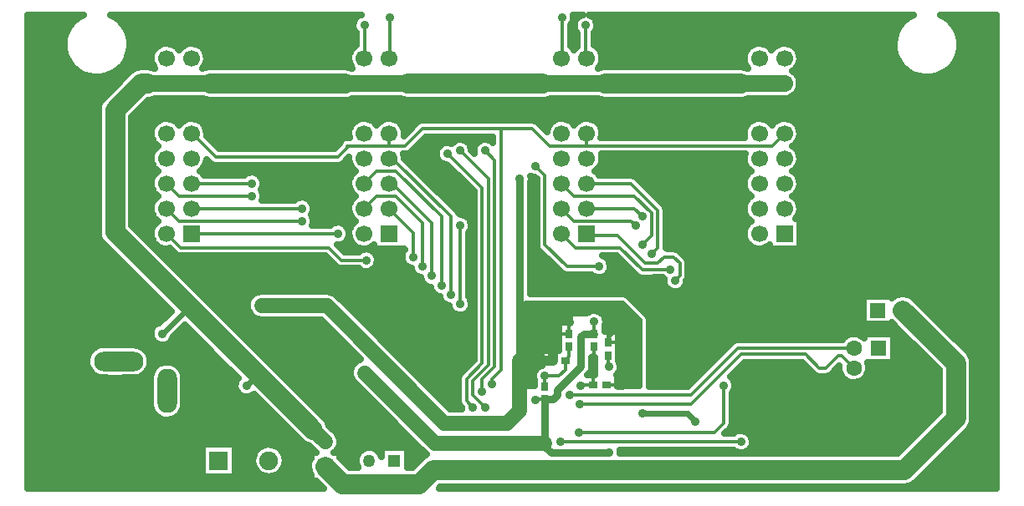
<source format=gbl>
G04 DipTrace 2.4.0.2*
%INMainBoard.GBL*%
%MOMM*%
%ADD14C,0.3*%
%ADD16C,0.8*%
%ADD17C,1.5*%
%ADD18C,1.0*%
%ADD19C,0.6*%
%ADD20C,2.0*%
%ADD21C,1.7*%
%ADD22C,0.635*%
%ADD23C,0.33*%
%ADD27R,0.7X0.9*%
%ADD28R,0.9X0.7*%
%ADD30C,1.27*%
%ADD31R,1.27X1.27*%
%ADD32R,1.7X1.7*%
%ADD33C,1.7*%
%ADD34O,5.0X2.0*%
%ADD35O,4.5X2.0*%
%ADD36O,2.0X4.5*%
%ADD37R,1.5X1.5*%
%ADD38C,1.5*%
%ADD39R,1.6X1.6*%
%ADD40C,1.6*%
%ADD41C,3.3*%
%ADD46R,1.9X1.9*%
%ADD47C,1.9*%
%ADD54C,0.914*%
%FSLAX53Y53*%
G04*
G71*
G90*
G75*
G01*
%LNBottom*%
%LPD*%
X58320Y17880D2*
D14*
X58300Y17860D1*
Y16680D1*
X52360Y9950D2*
Y10001D1*
X53340D1*
X59849Y4604D2*
D16*
X53975D1*
X53340Y5239D1*
Y5556D1*
Y10001D1*
X54134D1*
X54610Y10477D1*
Y10954D1*
X56991Y13335D1*
Y16351D1*
X57309Y16669D1*
X58289D1*
X58300Y16680D1*
X53340Y5556D2*
D17*
X42228D1*
X35084Y12700D1*
X60447Y16950D2*
D14*
X59750Y16253D1*
Y15770D1*
X60801Y11460D2*
X59540D1*
X52480Y13950D2*
Y13920D1*
D18*
X54134D1*
D14*
Y13970D1*
X55820Y17830D2*
X55800Y17810D1*
Y16670D1*
X54134Y13970D2*
D18*
Y18098D1*
X54865Y18829D1*
X55404Y19367D1*
X60643D1*
X62071Y17939D1*
Y16950D1*
Y12383D1*
X61149Y11460D1*
X60801D1*
X60447Y16950D2*
D14*
X62071D1*
X55800Y17810D2*
Y17894D1*
X54865Y18829D1*
X52480Y13920D2*
D17*
X50800D1*
Y8890D1*
X49530Y7620D1*
X43180D1*
X31274Y19526D1*
X24662D1*
X63183Y8572D2*
D19*
X67786D1*
X68580Y7779D1*
X50800Y32385D2*
D16*
Y13920D1*
X15030Y42050D2*
D21*
X17570D1*
X19420D1*
D20*
X33180D1*
D21*
X35030D1*
X37570D1*
X39420D1*
D20*
X53180D1*
D21*
X55030D1*
X57570D1*
X59420D1*
D20*
X73180D1*
D21*
X75030D1*
X77570D1*
X15030D2*
X13180D1*
D20*
X12523D1*
X9843Y39370D1*
Y26988D1*
X17387Y19443D1*
X24268Y12562D1*
X29878Y6952D1*
D17*
X31115Y5715D1*
X23137Y11430D2*
D19*
X24268Y12562D1*
X14605Y16661D2*
X17387Y19443D1*
X15030Y39510D2*
D20*
X17570D1*
D21*
X19420D1*
D20*
X33180D1*
D21*
X35030D1*
X37570D1*
X39420D1*
D20*
X53180D1*
D21*
X55030D1*
X57570D1*
X59420D1*
D20*
X73180D1*
D21*
X75030D1*
X77570D1*
X53340Y11301D2*
D14*
Y12383D1*
X58240Y11460D2*
X57021D1*
X56991Y11430D1*
X59750Y14470D2*
Y13405D1*
X59820Y13335D1*
X58300Y15380D2*
Y14326D1*
X58261Y14287D1*
X55800Y15370D2*
Y14336D1*
X55434Y13970D1*
Y13048D1*
X54769Y12383D1*
X53340D1*
X91875Y10490D2*
X87105D1*
X79835D1*
X87105Y13200D2*
Y10490D1*
X56833Y9525D2*
X68104D1*
X73184Y14605D1*
X79692D1*
X81121Y13176D1*
X81756D1*
X83026Y14446D1*
X83359D1*
X84605Y13200D1*
X55820Y10477D2*
X68104D1*
X72866Y15240D1*
X84645D1*
X84605Y15200D1*
X89535Y19050D2*
D20*
X94933Y13653D1*
Y8096D1*
X89694Y2857D1*
X42069D1*
X40640Y1429D1*
X32861D1*
X31115Y3175D1*
X54928Y5715D2*
D14*
X73184D1*
X56820Y6667D2*
X70485D1*
X71429Y7612D1*
Y11430D1*
X35084Y47955D2*
Y44644D1*
X35030Y44590D1*
X37624Y48755D2*
Y44644D1*
X37570Y44590D1*
X55086Y48736D2*
Y44646D1*
X55030Y44590D1*
X57468Y47936D2*
Y44692D1*
X57570Y44590D1*
X17570Y36970D2*
Y37040D1*
X20003Y34607D1*
X32385D1*
X33337Y35560D1*
Y35719D1*
X37570D1*
X39211D1*
X40958Y37465D1*
X48895D1*
X52070D1*
X53816Y35719D1*
X57570D1*
X76319D1*
X77570Y36970D1*
X57570D2*
Y35719D1*
X37570Y36970D2*
Y35719D1*
X47942Y11589D2*
Y12065D1*
X48895Y13018D1*
Y37465D1*
X47308Y9208D2*
X46038Y10478D1*
Y11906D1*
X47625Y13494D1*
Y32385D1*
X44768Y35242D1*
X46037Y9208D2*
X45403Y9842D1*
Y12065D1*
X46990Y13653D1*
Y31433D1*
X43498Y34925D1*
X46990Y10795D2*
Y12065D1*
X48260Y13335D1*
Y34290D1*
X47308Y35242D1*
X66516Y22066D2*
X66992Y22543D1*
Y23812D1*
X66358Y24448D1*
X65405D1*
X64770Y23812D1*
X63500D1*
X60643Y26670D1*
X57710D1*
X57570Y26810D1*
X66040Y23177D2*
X63183D1*
X60960Y25400D1*
X56440D1*
X55030Y26810D1*
X63183Y28575D2*
X62389Y29369D1*
X57589D1*
X57570Y29350D1*
X62547Y27623D2*
X62071Y28099D1*
X56281D1*
X55030Y29350D1*
X64135Y24765D2*
X64770Y25400D1*
Y29210D1*
X62071Y31909D1*
X57589D1*
X57570Y31890D1*
X63183Y25718D2*
X64135Y26670D1*
Y28892D1*
X62389Y30639D1*
X56281D1*
X55030Y31890D1*
X40005Y24448D2*
Y26915D1*
X37570Y29350D1*
X40958Y23495D2*
Y27940D1*
X38259Y30639D1*
X36319D1*
X35030Y29350D1*
X41910Y22543D2*
Y27940D1*
X37941Y31909D1*
X37589D1*
X37570Y31890D1*
X42863Y21590D2*
Y28575D1*
X38259Y33179D1*
X36319D1*
X35030Y31890D1*
X43815Y20637D2*
Y28575D1*
X38100Y34290D1*
X37710D1*
X37570Y34430D1*
X44768Y19685D2*
Y27623D1*
X32385Y26829D2*
X17589D1*
X17570Y26810D1*
X35242Y24130D2*
X32703D1*
X31433Y25400D1*
X16440D1*
X15030Y26810D1*
X28734Y29369D2*
X17589D1*
X17570Y29350D1*
X28734Y28099D2*
X16281D1*
X15030Y29350D1*
X23654Y31909D2*
X17589D1*
X17570Y31890D1*
X23654Y30639D2*
X16281D1*
X15030Y31890D1*
X58820Y23495D2*
X55562D1*
X53340Y25718D1*
Y32703D1*
X52387Y33655D1*
D54*
X58320Y17880D3*
X52360Y9950D3*
X59849Y4604D3*
X35084Y12700D3*
X60447Y16950D3*
X60801Y11460D3*
X52480Y13950D3*
X55820Y17830D3*
X60801Y11460D3*
X60447Y16950D3*
X24662Y19526D3*
X63183Y8572D3*
X68580Y7779D3*
X50800Y32385D3*
X23137Y11430D3*
X14605Y16661D3*
X53340Y12383D3*
X56991Y11430D3*
X59820Y13335D3*
X58261Y14287D3*
X56833Y9525D3*
X55820Y10477D3*
X54928Y5715D3*
X73184D3*
X56820Y6667D3*
X71429Y11430D3*
X35084Y47955D3*
X37624Y48755D3*
X55086Y48736D3*
X57468Y47936D3*
X47942Y11589D3*
X47308Y9208D3*
X44768Y35242D3*
X46037Y9208D3*
X43498Y34925D3*
X46990Y10795D3*
X47308Y35242D3*
X66516Y22066D3*
X66040Y23177D3*
X63183Y28575D3*
X62547Y27623D3*
X64135Y24765D3*
X63183Y25718D3*
X40005Y24448D3*
X40958Y23495D3*
X41910Y22543D3*
X42863Y21590D3*
X43815Y20637D3*
X44768Y19685D3*
Y27623D3*
X32385Y26829D3*
X35242Y24130D3*
X28734Y29369D3*
Y28099D3*
X23654Y31909D3*
Y30639D3*
X58820Y23495D3*
X52387Y33655D3*
X38100Y24130D3*
X40005Y21907D3*
X41910Y20003D3*
X44133Y18098D3*
X45403Y29210D3*
X52387D3*
Y26670D3*
X66358Y33655D3*
Y30162D3*
X72390Y24130D3*
X61913Y21590D3*
X31433Y30480D3*
Y33020D3*
X26988D3*
X22543Y36195D3*
X26988D3*
X31433D3*
X51498Y19053D2*
D22*
X61715D1*
X51498Y18422D2*
X55821D1*
X59431D2*
X62350D1*
X51498Y17790D2*
X54710D1*
X59510D2*
X62806D1*
X51498Y17158D2*
X54710D1*
X59431D2*
X62806D1*
X51498Y16527D2*
X54710D1*
X60840D2*
X62806D1*
X51498Y15895D2*
X54710D1*
X60840D2*
X62806D1*
X51498Y15263D2*
X54710D1*
X60840D2*
X62806D1*
X51498Y14632D2*
X52944D1*
X60840D2*
X62806D1*
X51498Y14000D2*
X52944D1*
X60840D2*
X62806D1*
X51498Y13368D2*
X52726D1*
X61009D2*
X62806D1*
X51498Y12737D2*
X52200D1*
X60840D2*
X62806D1*
X51498Y12105D2*
X52180D1*
X60731D2*
X62806D1*
X51498Y11473D2*
X52250D1*
X60731D2*
X62806D1*
X52317Y11438D2*
Y11895D1*
X52212Y12325D1*
X52240Y12641D1*
X52355Y12935D1*
X52547Y13187D1*
X52801Y13375D1*
X53014Y13455D1*
X53011Y14993D1*
X54777D1*
X54787Y16493D1*
X54777Y16627D1*
Y17793D1*
X55878D1*
X55880Y18415D1*
X56052Y18697D1*
X56197Y18732D1*
X57577D1*
X57781Y18873D1*
X58077Y18984D1*
X58393Y19008D1*
X58703Y18943D1*
X58983Y18795D1*
X59047Y18733D1*
X59187Y18704D1*
X59369Y18460D1*
X59373Y18286D1*
X59450Y17880D1*
X59406Y17567D1*
X59373Y17463D1*
Y16897D1*
X60773Y16893D1*
Y13936D1*
X60868Y13756D1*
X60944Y13449D1*
X60950Y13335D1*
X60906Y13022D1*
X60776Y12733D1*
X60576Y12483D1*
X60663D1*
Y11429D1*
X62865Y11430D1*
Y17969D1*
X61145Y19686D1*
X51435Y19685D1*
Y11430D1*
X52318D1*
X55800Y17792D2*
D23*
Y16670D1*
X54778D2*
X55800D1*
X54134Y14992D2*
Y13970D1*
X53012D2*
X54134D1*
X59750Y16892D2*
Y15770D1*
X60772D1*
X59540Y11460D2*
X60662D1*
X1041Y48391D2*
D22*
X5632D1*
X10373D2*
X33979D1*
X58563D2*
X89630D1*
X94371D2*
X98957D1*
X1041Y47759D2*
X5116D1*
X10879D2*
X33909D1*
X58642D2*
X89124D1*
X94877D2*
X98957D1*
X1041Y47128D2*
X4808D1*
X11186D2*
X34197D1*
X55973D2*
X56581D1*
X58355D2*
X88817D1*
X95185D2*
X98957D1*
X1041Y46496D2*
X4650D1*
X11345D2*
X34197D1*
X55973D2*
X56581D1*
X58355D2*
X88658D1*
X95343D2*
X98957D1*
X1041Y45864D2*
X4620D1*
X11385D2*
X14135D1*
X15929D2*
X16675D1*
X18469D2*
X34137D1*
X55973D2*
X56581D1*
X58464D2*
X74132D1*
X75926D2*
X76672D1*
X78466D2*
X88618D1*
X95383D2*
X98957D1*
X1041Y45233D2*
X4709D1*
X11295D2*
X13589D1*
X19014D2*
X33582D1*
X59010D2*
X73587D1*
X79012D2*
X88708D1*
X95294D2*
X98957D1*
X1041Y44601D2*
X4927D1*
X11077D2*
X13440D1*
X19153D2*
X33443D1*
X59158D2*
X73448D1*
X79161D2*
X88926D1*
X95076D2*
X98957D1*
X1041Y43969D2*
X5314D1*
X10690D2*
X13579D1*
X19024D2*
X33572D1*
X59019D2*
X73577D1*
X79022D2*
X89313D1*
X94689D2*
X98957D1*
X1041Y43338D2*
X5949D1*
X10045D2*
X11387D1*
X78496D2*
X89948D1*
X94044D2*
X98957D1*
X1041Y42706D2*
X7517D1*
X8477D2*
X10752D1*
X79012D2*
X91516D1*
X92476D2*
X98957D1*
X1041Y42074D2*
X10117D1*
X79151D2*
X98957D1*
X1041Y41443D2*
X9482D1*
X79032D2*
X98957D1*
X1041Y40811D2*
X8856D1*
X78516D2*
X98957D1*
X1041Y40179D2*
X8311D1*
X13081D2*
X98957D1*
X1041Y39548D2*
X8112D1*
X12446D2*
X98957D1*
X1041Y38916D2*
X8102D1*
X11821D2*
X98957D1*
X1041Y38284D2*
X8102D1*
X11583D2*
X14194D1*
X15859D2*
X16734D1*
X18399D2*
X34197D1*
X35862D2*
X36737D1*
X38402D2*
X40815D1*
X52213D2*
X54199D1*
X55864D2*
X56739D1*
X58404D2*
X74202D1*
X75867D2*
X76742D1*
X78407D2*
X98957D1*
X1041Y37653D2*
X8102D1*
X11583D2*
X13609D1*
X18995D2*
X33602D1*
X38997D2*
X39922D1*
X53106D2*
X53604D1*
X58990D2*
X73607D1*
X78992D2*
X98957D1*
X1041Y37021D2*
X8102D1*
X11583D2*
X13440D1*
X19153D2*
X33443D1*
X59158D2*
X73448D1*
X79151D2*
X98957D1*
X1041Y36389D2*
X8102D1*
X11583D2*
X13559D1*
X19451D2*
X32798D1*
X41110D2*
X48008D1*
X79042D2*
X98957D1*
X1041Y35758D2*
X8102D1*
X11583D2*
X14046D1*
X20076D2*
X32312D1*
X40475D2*
X42670D1*
X45833D2*
X46231D1*
X78556D2*
X98957D1*
X1041Y35126D2*
X8102D1*
X11583D2*
X13609D1*
X39840D2*
X42323D1*
X78992D2*
X98957D1*
X1041Y34494D2*
X8102D1*
X11583D2*
X13440D1*
X39156D2*
X42392D1*
X59158D2*
X73448D1*
X79151D2*
X98957D1*
X1041Y33863D2*
X8102D1*
X11583D2*
X13550D1*
X19044D2*
X19592D1*
X32796D2*
X33552D1*
X39751D2*
X43047D1*
X59049D2*
X73557D1*
X79042D2*
X98957D1*
X1041Y33231D2*
X8102D1*
X11583D2*
X14026D1*
X18568D2*
X34028D1*
X40386D2*
X43960D1*
X58573D2*
X74033D1*
X78575D2*
X98957D1*
X1041Y32599D2*
X8102D1*
X11583D2*
X13619D1*
X24610D2*
X33621D1*
X41021D2*
X44595D1*
X62581D2*
X73617D1*
X78982D2*
X98957D1*
X1041Y31968D2*
X8102D1*
X11583D2*
X13450D1*
X24849D2*
X33443D1*
X41646D2*
X45230D1*
X51935D2*
X52453D1*
X63236D2*
X73448D1*
X79151D2*
X98957D1*
X1041Y31336D2*
X8102D1*
X11583D2*
X13550D1*
X24690D2*
X33552D1*
X42281D2*
X45855D1*
X51935D2*
X52453D1*
X63871D2*
X73547D1*
X79052D2*
X98957D1*
X1041Y30704D2*
X8102D1*
X11583D2*
X14016D1*
X24849D2*
X34008D1*
X42916D2*
X46103D1*
X51935D2*
X52453D1*
X64506D2*
X74013D1*
X78585D2*
X98957D1*
X1041Y30073D2*
X8102D1*
X11583D2*
X13629D1*
X29680D2*
X33621D1*
X43541D2*
X46103D1*
X51935D2*
X52453D1*
X65131D2*
X73626D1*
X78972D2*
X98957D1*
X1041Y29441D2*
X8102D1*
X11583D2*
X13450D1*
X29929D2*
X33443D1*
X44176D2*
X46103D1*
X51935D2*
X52453D1*
X65627D2*
X73448D1*
X79151D2*
X98957D1*
X1041Y28809D2*
X8102D1*
X11583D2*
X13540D1*
X29780D2*
X33542D1*
X44663D2*
X46103D1*
X51935D2*
X52453D1*
X65657D2*
X73547D1*
X79062D2*
X98957D1*
X1041Y28178D2*
X8102D1*
X11583D2*
X13996D1*
X29929D2*
X33998D1*
X51935D2*
X52453D1*
X65657D2*
X73994D1*
X79161D2*
X98957D1*
X1041Y27546D2*
X8102D1*
X11712D2*
X13629D1*
X51935D2*
X52453D1*
X65657D2*
X73636D1*
X79161D2*
X98957D1*
X1041Y26914D2*
X8112D1*
X12347D2*
X13450D1*
X45714D2*
X46103D1*
X51935D2*
X52453D1*
X65657D2*
X73448D1*
X79161D2*
X98957D1*
X1041Y26283D2*
X8261D1*
X12972D2*
X13540D1*
X45655D2*
X46103D1*
X51935D2*
X52453D1*
X65657D2*
X73537D1*
X79161D2*
X98957D1*
X1041Y25651D2*
X8747D1*
X13607D2*
X13976D1*
X32409D2*
X33979D1*
X45655D2*
X46103D1*
X51935D2*
X52453D1*
X65657D2*
X73984D1*
X79161D2*
X98957D1*
X1041Y25019D2*
X9382D1*
X14242D2*
X15593D1*
X33044D2*
X34485D1*
X36001D2*
X38969D1*
X45655D2*
X46103D1*
X51935D2*
X52810D1*
X67017D2*
X98957D1*
X1041Y24388D2*
X10017D1*
X14867D2*
X31220D1*
X36408D2*
X38811D1*
X45655D2*
X46103D1*
X51935D2*
X53445D1*
X59575D2*
X60748D1*
X67642D2*
X98957D1*
X1041Y23756D2*
X10642D1*
X15502D2*
X31845D1*
X36368D2*
X39049D1*
X45655D2*
X46103D1*
X51935D2*
X54070D1*
X59982D2*
X61373D1*
X67880D2*
X98957D1*
X1041Y23124D2*
X11277D1*
X16137D2*
X34663D1*
X35822D2*
X39823D1*
X45655D2*
X46103D1*
X51935D2*
X54705D1*
X59952D2*
X62008D1*
X67880D2*
X98957D1*
X1041Y22493D2*
X11912D1*
X16762D2*
X40378D1*
X45655D2*
X46103D1*
X51935D2*
X58238D1*
X59406D2*
X62663D1*
X67880D2*
X98957D1*
X1041Y21861D2*
X12537D1*
X17397D2*
X40944D1*
X45655D2*
X46103D1*
X51935D2*
X65342D1*
X67691D2*
X98957D1*
X1041Y21229D2*
X13172D1*
X18032D2*
X41728D1*
X45655D2*
X46103D1*
X51935D2*
X65699D1*
X67334D2*
X98957D1*
X1041Y20598D2*
X13807D1*
X18657D2*
X23660D1*
X32270D2*
X42263D1*
X45655D2*
X46103D1*
X61659D2*
X88837D1*
X90234D2*
X98957D1*
X1041Y19966D2*
X14433D1*
X19292D2*
X23243D1*
X32905D2*
X42839D1*
X62333D2*
X85513D1*
X91047D2*
X98957D1*
X1041Y19334D2*
X15068D1*
X19927D2*
X23194D1*
X33540D2*
X43633D1*
X62958D2*
X85513D1*
X91682D2*
X98957D1*
X1041Y18703D2*
X15206D1*
X20552D2*
X23442D1*
X34175D2*
X44149D1*
X45387D2*
X46103D1*
X63593D2*
X85513D1*
X92307D2*
X98957D1*
X1041Y18071D2*
X14571D1*
X21187D2*
X30655D1*
X34800D2*
X46103D1*
X63921D2*
X85513D1*
X92942D2*
X98957D1*
X1041Y17439D2*
X13718D1*
X21822D2*
X31290D1*
X35435D2*
X46103D1*
X63921D2*
X88718D1*
X93577D2*
X98957D1*
X1041Y16808D2*
X13421D1*
X16187D2*
X17598D1*
X22447D2*
X31915D1*
X36070D2*
X46103D1*
X63921D2*
X89353D1*
X94202D2*
X98957D1*
X1041Y16176D2*
X13520D1*
X15691D2*
X18223D1*
X23082D2*
X32550D1*
X36695D2*
X46103D1*
X63921D2*
X83439D1*
X88636D2*
X89978D1*
X94837D2*
X98957D1*
X1041Y15544D2*
X14373D1*
X14843D2*
X18858D1*
X23717D2*
X33185D1*
X37330D2*
X46103D1*
X63921D2*
X71940D1*
X88636D2*
X90613D1*
X95472D2*
X98957D1*
X1041Y14913D2*
X7319D1*
X13061D2*
X19493D1*
X24343D2*
X33810D1*
X37965D2*
X46103D1*
X63921D2*
X71315D1*
X88636D2*
X91248D1*
X96098D2*
X98957D1*
X1041Y14281D2*
X7001D1*
X13379D2*
X20118D1*
X24978D2*
X34445D1*
X38590D2*
X46103D1*
X63921D2*
X70680D1*
X88636D2*
X91873D1*
X96544D2*
X98957D1*
X1041Y13649D2*
X6971D1*
X13409D2*
X14353D1*
X15830D2*
X20753D1*
X25613D2*
X33959D1*
X39225D2*
X45756D1*
X63921D2*
X70045D1*
X73456D2*
X79421D1*
X86067D2*
X92508D1*
X96673D2*
X98957D1*
X1041Y13018D2*
X7190D1*
X13190D2*
X13619D1*
X16564D2*
X21388D1*
X26238D2*
X33631D1*
X39860D2*
X45131D1*
X63921D2*
X69420D1*
X72821D2*
X80056D1*
X86126D2*
X93143D1*
X96673D2*
X98957D1*
X1041Y12386D2*
X7854D1*
X12526D2*
X13371D1*
X16802D2*
X22013D1*
X26873D2*
X33631D1*
X40485D2*
X44585D1*
X63921D2*
X68785D1*
X72196D2*
X80830D1*
X82048D2*
X83310D1*
X85898D2*
X93192D1*
X96673D2*
X98957D1*
X1041Y11754D2*
X13351D1*
X16822D2*
X21993D1*
X27508D2*
X33959D1*
X41120D2*
X44516D1*
X63921D2*
X68150D1*
X72573D2*
X84263D1*
X84945D2*
X93192D1*
X96673D2*
X98957D1*
X1041Y11123D2*
X13351D1*
X16822D2*
X21983D1*
X28133D2*
X34584D1*
X41755D2*
X44516D1*
X72583D2*
X93192D1*
X96673D2*
X98957D1*
X1041Y10491D2*
X13351D1*
X16822D2*
X22449D1*
X28768D2*
X35219D1*
X42380D2*
X44516D1*
X72315D2*
X93192D1*
X96673D2*
X98957D1*
X1041Y9859D2*
X13351D1*
X16822D2*
X24543D1*
X29403D2*
X35854D1*
X43015D2*
X44516D1*
X72315D2*
X93192D1*
X96673D2*
X98957D1*
X1041Y9228D2*
X13401D1*
X16782D2*
X25178D1*
X30028D2*
X36479D1*
X43650D2*
X44793D1*
X72315D2*
X93192D1*
X96673D2*
X98957D1*
X1041Y8596D2*
X13708D1*
X16474D2*
X25803D1*
X30663D2*
X37114D1*
X72315D2*
X93004D1*
X96673D2*
X98957D1*
X1041Y7964D2*
X14790D1*
X15393D2*
X26438D1*
X31268D2*
X37749D1*
X72315D2*
X92369D1*
X96663D2*
X98957D1*
X1041Y7333D2*
X27073D1*
X31576D2*
X38374D1*
X72265D2*
X91744D1*
X96484D2*
X98957D1*
X1041Y6701D2*
X27698D1*
X32201D2*
X39009D1*
X71749D2*
X72565D1*
X73803D2*
X91109D1*
X95969D2*
X98957D1*
X1041Y6069D2*
X28333D1*
X32558D2*
X39644D1*
X74319D2*
X90474D1*
X95334D2*
X98957D1*
X1041Y5438D2*
X29107D1*
X32578D2*
X40269D1*
X74339D2*
X89849D1*
X94699D2*
X98957D1*
X1041Y4806D2*
X18630D1*
X22011D2*
X24057D1*
X26744D2*
X29950D1*
X32270D2*
X34653D1*
X39473D2*
X40904D1*
X61024D2*
X72446D1*
X73922D2*
X89214D1*
X94073D2*
X98957D1*
X1041Y4174D2*
X18630D1*
X22011D2*
X23759D1*
X27041D2*
X29633D1*
X32598D2*
X34237D1*
X39473D2*
X40974D1*
X93438D2*
X98957D1*
X1041Y3543D2*
X18630D1*
X22011D2*
X23739D1*
X27061D2*
X29425D1*
X33173D2*
X34217D1*
X39473D2*
X40329D1*
X92803D2*
X98957D1*
X1041Y2911D2*
X18630D1*
X22011D2*
X23987D1*
X26813D2*
X29405D1*
X92178D2*
X98957D1*
X1041Y2279D2*
X18630D1*
X22011D2*
X24801D1*
X25999D2*
X29633D1*
X91543D2*
X98957D1*
X1041Y1648D2*
X30218D1*
X90908D2*
X98957D1*
X1041Y1016D2*
X30843D1*
X42658D2*
X98957D1*
X58384Y14257D2*
X58063D1*
X58064Y13335D1*
X58017Y13022D1*
X57875Y12726D1*
X57659Y12485D1*
X58381Y12483D1*
X58382Y14258D1*
X11306Y45683D2*
X11185Y45061D1*
X10949Y44472D1*
X10604Y43940D1*
X10165Y43482D1*
X9647Y43117D1*
X9069Y42856D1*
X8452Y42710D1*
X7819Y42684D1*
X7192Y42779D1*
X6595Y42991D1*
X6048Y43313D1*
X5573Y43733D1*
X5187Y44236D1*
X4903Y44802D1*
X4731Y45413D1*
X4679Y46045D1*
X4749Y46675D1*
X4936Y47281D1*
X5235Y47840D1*
X5635Y48332D1*
X6122Y48739D1*
X6632Y49024D1*
X977Y49023D1*
Y977D1*
X30951D1*
X30170Y1754D1*
X29692Y1752D1*
Y2298D1*
X29578Y2515D1*
X29481Y2816D1*
X29443Y3131D1*
X29464Y3447D1*
X29545Y3754D1*
X29689Y4048D1*
X29692Y4598D1*
X30238D1*
X29660Y5158D1*
X29498Y5319D1*
X29089Y5477D1*
X28825Y5652D1*
X27572Y6892D1*
X23889Y10575D1*
X23625Y10411D1*
X23323Y10316D1*
X23007Y10308D1*
X22701Y10388D1*
X22429Y10549D1*
X22212Y10780D1*
X22068Y11062D1*
X22008Y11373D1*
X22037Y11688D1*
X22151Y11983D1*
X22289Y12164D1*
X20840Y13624D1*
X16891Y17574D1*
X15696Y16377D1*
X15561Y16059D1*
X15357Y15818D1*
X15093Y15642D1*
X14791Y15547D1*
X14475Y15539D1*
X14169Y15619D1*
X13897Y15781D1*
X13681Y16012D1*
X13537Y16293D1*
X13477Y16604D1*
X13505Y16919D1*
X13620Y17214D1*
X13812Y17466D1*
X14066Y17654D1*
X14316Y17748D1*
X15510Y18942D1*
X13734Y20730D1*
X8660Y25805D1*
X8458Y26049D1*
X8305Y26327D1*
X8208Y26629D1*
X8170Y26988D1*
Y39370D1*
X8200Y39686D1*
X8289Y39990D1*
X8434Y40272D1*
X8660Y40553D1*
X11340Y43233D1*
X11584Y43435D1*
X11862Y43587D1*
X12164Y43684D1*
X12523Y43723D1*
X13180D1*
X13496Y43693D1*
X13862Y43572D1*
X13647Y43953D1*
X13545Y44253D1*
X13507Y44568D1*
X13536Y44884D1*
X13629Y45187D1*
X13783Y45464D1*
X13991Y45703D1*
X14243Y45894D1*
X14530Y46029D1*
X14839Y46101D1*
X15156Y46108D1*
X15467Y46049D1*
X15760Y45927D1*
X16021Y45747D1*
X16239Y45517D1*
X16295Y45424D1*
X16531Y45703D1*
X16783Y45894D1*
X17070Y46029D1*
X17379Y46101D1*
X17696Y46108D1*
X18007Y46049D1*
X18300Y45927D1*
X18561Y45747D1*
X18779Y45517D1*
X18944Y45246D1*
X19050Y44948D1*
X19093Y44590D1*
X19060Y44275D1*
X18962Y43973D1*
X18805Y43698D1*
X18692Y43573D1*
X19245Y43714D1*
X21008Y43723D1*
X33180D1*
X33496Y43693D1*
X33862Y43572D1*
X33647Y43953D1*
X33545Y44253D1*
X33507Y44568D1*
X33536Y44884D1*
X33629Y45187D1*
X33783Y45464D1*
X33991Y45703D1*
X34261Y45914D1*
Y47174D1*
X34159Y47305D1*
X34015Y47587D1*
X33955Y47898D1*
X33984Y48213D1*
X34098Y48508D1*
X34290Y48760D1*
X34545Y48948D1*
X34739Y49021D1*
X9378Y49023D1*
X9725Y48838D1*
X10233Y48458D1*
X10659Y47989D1*
X10989Y47448D1*
X11209Y46853D1*
X11313Y46228D1*
X11306Y45683D1*
X56299Y45421D2*
X56531Y45703D1*
X56649Y45793D1*
X56645Y47163D1*
X56543Y47286D1*
X56399Y47568D1*
X56339Y47879D1*
X56367Y48194D1*
X56482Y48489D1*
X56674Y48741D1*
X56928Y48929D1*
X57179Y49022D1*
X56170Y49023D1*
X56216Y48736D1*
X56172Y48423D1*
X56042Y48134D1*
X55908Y47975D1*
X55909Y45829D1*
X56021Y45747D1*
X56239Y45517D1*
X56295Y45424D1*
X8689Y12203D2*
X8461Y12213D1*
X8152Y12286D1*
X7863Y12416D1*
X7604Y12598D1*
X7383Y12825D1*
X7210Y13091D1*
X7089Y13384D1*
X7026Y13695D1*
X7023Y14012D1*
X7080Y14324D1*
X7194Y14619D1*
X7363Y14888D1*
X7578Y15120D1*
X7834Y15307D1*
X8121Y15443D1*
X8428Y15522D1*
X9008Y15543D1*
X11690Y15533D1*
X12059Y15502D1*
X12360Y15403D1*
X12637Y15249D1*
X12880Y15046D1*
X13081Y14800D1*
X13231Y14521D1*
X13326Y14219D1*
X13363Y13870D1*
X13333Y13554D1*
X13244Y13250D1*
X13099Y12968D1*
X12904Y12719D1*
X12665Y12510D1*
X12391Y12351D1*
X12091Y12246D1*
X11689Y12203D1*
X9467Y12197D1*
X8690Y12207D1*
X13425Y12113D2*
X13423Y12262D1*
X13480Y12574D1*
X13594Y12869D1*
X13763Y13138D1*
X13978Y13370D1*
X14234Y13557D1*
X14521Y13693D1*
X14828Y13772D1*
X15144Y13792D1*
X15459Y13752D1*
X15760Y13653D1*
X16037Y13499D1*
X16280Y13296D1*
X16481Y13050D1*
X16631Y12771D1*
X16726Y12469D1*
X16763Y12120D1*
X16753Y9620D1*
X16733Y9304D1*
X16644Y9000D1*
X16499Y8718D1*
X16304Y8469D1*
X16065Y8260D1*
X15791Y8101D1*
X15491Y7996D1*
X15178Y7949D1*
X14861Y7963D1*
X14552Y8036D1*
X14263Y8166D1*
X14004Y8348D1*
X13783Y8575D1*
X13610Y8841D1*
X13489Y9134D1*
X13426Y9445D1*
X13417Y9938D1*
X13427Y12120D1*
X19015Y5433D2*
X21943D1*
Y2187D1*
X18697D1*
Y5433D1*
X19015D1*
X26992Y3495D2*
X26900Y3191D1*
X26751Y2911D1*
X26551Y2666D1*
X26306Y2464D1*
X26027Y2313D1*
X25725Y2220D1*
X25409Y2187D1*
X25094Y2216D1*
X24790Y2306D1*
X24509Y2454D1*
X24262Y2653D1*
X24059Y2896D1*
X23907Y3174D1*
X23812Y3476D1*
X23777Y3792D1*
X23805Y4107D1*
X23893Y4412D1*
X24039Y4693D1*
X24236Y4941D1*
X24478Y5146D1*
X24756Y5299D1*
X25057Y5396D1*
X25372Y5433D1*
X25688Y5407D1*
X25993Y5321D1*
X26276Y5176D1*
X26524Y4980D1*
X26730Y4739D1*
X26886Y4463D1*
X26984Y4162D1*
X27023Y3810D1*
X26992Y3495D1*
X51873Y32038D2*
X51881Y20675D1*
X61278D1*
X61585Y20601D1*
X61753Y20478D1*
X63658Y18573D1*
X63823Y18303D1*
X63855Y18098D1*
Y11301D1*
X67756Y11300D1*
X72284Y15822D1*
X72546Y15998D1*
X72866Y16063D1*
X83417Y16056D1*
X83516Y16192D1*
X83753Y16402D1*
X84030Y16556D1*
X84333Y16648D1*
X84649Y16672D1*
X84963Y16629D1*
X85260Y16519D1*
X85527Y16348D1*
X85632Y16257D1*
Y16673D1*
X88578D1*
Y13727D1*
X85988D1*
X86077Y13247D1*
X86044Y12885D1*
X85943Y12584D1*
X85781Y12313D1*
X85563Y12082D1*
X85302Y11902D1*
X85008Y11783D1*
X84696Y11730D1*
X84380Y11744D1*
X84073Y11826D1*
X83792Y11972D1*
X83548Y12174D1*
X83353Y12424D1*
X83216Y12710D1*
X83143Y13018D1*
X83152Y13403D1*
X82338Y12594D1*
X82076Y12418D1*
X81756Y12353D1*
X81121D1*
X80812Y12414D1*
X80539Y12594D1*
X79354Y13780D1*
X73531Y13782D1*
X72092Y12345D1*
X72320Y12126D1*
X72478Y11851D1*
X72554Y11544D1*
X72559Y11430D1*
X72515Y11117D1*
X72386Y10828D1*
X72251Y10669D1*
X72252Y7612D1*
X72192Y7302D1*
X72011Y7030D1*
X71513Y6532D1*
X72420Y6538D1*
X72645Y6708D1*
X72941Y6819D1*
X73257Y6843D1*
X73566Y6778D1*
X73846Y6630D1*
X74074Y6411D1*
X74232Y6136D1*
X74308Y5829D1*
X74314Y5715D1*
X74269Y5402D1*
X74140Y5113D1*
X73935Y4871D1*
X73672Y4696D1*
X73370Y4601D1*
X73054Y4593D1*
X72748Y4673D1*
X72476Y4834D1*
X72415Y4899D1*
X69691Y4892D1*
X60950D1*
X60979Y4604D1*
X60969Y4535D1*
X69374Y4530D1*
X89009D1*
X93261Y8790D1*
X93260Y12968D1*
X89035Y17184D1*
X88418Y17809D1*
Y17627D1*
X85572D1*
Y20473D1*
X88418D1*
Y20304D1*
X88795Y20550D1*
X89091Y20663D1*
X89403Y20718D1*
X89720Y20713D1*
X90031Y20648D1*
X90323Y20526D1*
X90587Y20350D1*
X91840Y19110D1*
X96115Y14835D1*
X96317Y14591D1*
X96470Y14313D1*
X96567Y14011D1*
X96605Y13653D1*
Y8096D1*
X96575Y7781D1*
X96486Y7476D1*
X96341Y7194D1*
X96115Y6913D1*
X90877Y1675D1*
X90632Y1473D1*
X90354Y1320D1*
X90052Y1223D1*
X89694Y1185D1*
X42753D1*
X42887Y977D1*
X99023D1*
Y49023D1*
X93364Y49025D1*
X93725Y48838D1*
X94233Y48458D1*
X94659Y47989D1*
X94989Y47448D1*
X95209Y46853D1*
X95313Y46228D1*
X95306Y45683D1*
X95185Y45061D1*
X94949Y44472D1*
X94604Y43940D1*
X94165Y43482D1*
X93647Y43117D1*
X93069Y42856D1*
X92452Y42710D1*
X91819Y42684D1*
X91192Y42779D1*
X90595Y42991D1*
X90048Y43313D1*
X89573Y43733D1*
X89187Y44236D1*
X88903Y44802D1*
X88731Y45413D1*
X88679Y46045D1*
X88749Y46675D1*
X88936Y47281D1*
X89235Y47840D1*
X89635Y48332D1*
X90122Y48739D1*
X90632Y49024D1*
X57777Y49023D1*
X58130Y48851D1*
X58358Y48632D1*
X58516Y48357D1*
X58592Y48050D1*
X58597Y47936D1*
X58553Y47623D1*
X58424Y47334D1*
X58289Y47175D1*
X58300Y45927D1*
X58561Y45747D1*
X58779Y45517D1*
X58944Y45246D1*
X59050Y44948D1*
X59093Y44590D1*
X59060Y44275D1*
X58962Y43973D1*
X58805Y43698D1*
X58692Y43573D1*
X59245Y43714D1*
X61007Y43723D1*
X73180D1*
X73496Y43693D1*
X73862Y43572D1*
X73647Y43953D1*
X73545Y44253D1*
X73507Y44568D1*
X73536Y44884D1*
X73629Y45187D1*
X73783Y45464D1*
X73991Y45703D1*
X74243Y45894D1*
X74530Y46029D1*
X74839Y46101D1*
X75156Y46108D1*
X75467Y46049D1*
X75760Y45927D1*
X76021Y45747D1*
X76239Y45517D1*
X76295Y45424D1*
X76531Y45703D1*
X76783Y45894D1*
X77070Y46029D1*
X77379Y46101D1*
X77696Y46108D1*
X78007Y46049D1*
X78300Y45927D1*
X78561Y45747D1*
X78779Y45517D1*
X78944Y45246D1*
X79050Y44948D1*
X79093Y44590D1*
X79060Y44275D1*
X78962Y43973D1*
X78805Y43698D1*
X78593Y43462D1*
X78410Y43327D1*
X78698Y43073D1*
X78885Y42818D1*
X79016Y42529D1*
X79083Y42219D1*
X79086Y41902D1*
X79022Y41592D1*
X78896Y41301D1*
X78712Y41043D1*
X78479Y40828D1*
X78207Y40667D1*
X77907Y40565D1*
X77570Y40527D1*
X73869D1*
X73666Y40449D1*
X73355Y40386D1*
X71593Y40377D1*
X59420D1*
X59104Y40407D1*
X58738Y40528D1*
X53869Y40527D1*
X53666Y40449D1*
X53355Y40386D1*
X51593Y40377D1*
X39420D1*
X39104Y40407D1*
X38738Y40528D1*
X33869Y40527D1*
X33666Y40449D1*
X33355Y40386D1*
X31592Y40377D1*
X19420D1*
X19104Y40407D1*
X18738Y40528D1*
X13869Y40527D1*
X13666Y40449D1*
X13218Y40379D1*
X11509Y38671D1*
X11515Y33020D1*
Y27672D1*
X15740Y23456D1*
X31060Y8135D1*
X31262Y7891D1*
X31415Y7613D1*
X31502Y7339D1*
X32121Y6721D1*
X32319Y6474D1*
X32457Y6188D1*
X32528Y5880D1*
X32530Y5563D1*
X32461Y5254D1*
X32326Y4967D1*
X32122Y4712D1*
X31999Y4602D1*
X32538Y4598D1*
Y4112D1*
X33554Y3102D1*
X34467Y3109D1*
X34395Y3216D1*
X34286Y3514D1*
X34252Y3829D1*
X34295Y4142D1*
X34412Y4437D1*
X34596Y4694D1*
X34837Y4900D1*
X35120Y5042D1*
X35429Y5111D1*
X35746Y5105D1*
X36052Y5022D1*
X36329Y4868D1*
X36560Y4652D1*
X36734Y4387D1*
X36796Y4210D1*
X36792Y5118D1*
X39408D1*
Y3104D1*
X39955Y3102D1*
X40886Y4040D1*
X41139Y4247D1*
X41299Y4342D1*
X41338Y4447D1*
X40548Y5224D1*
X34078Y11694D1*
X33880Y11941D1*
X33742Y12227D1*
X33670Y12535D1*
X33669Y12852D1*
X33738Y13161D1*
X33873Y13448D1*
X34069Y13697D1*
X34315Y13897D1*
X34599Y14038D1*
X34724Y14068D1*
X30689Y18099D1*
X24662Y18103D1*
X24347Y18139D1*
X24048Y18243D1*
X23779Y18410D1*
X23554Y18633D1*
X23384Y18901D1*
X23277Y19199D1*
X23239Y19514D1*
X23272Y19829D1*
X23373Y20129D1*
X23539Y20399D1*
X23760Y20626D1*
X24025Y20799D1*
X24323Y20908D1*
X24662Y20949D1*
X31274D1*
X31589Y20914D1*
X31888Y20810D1*
X32164Y20635D1*
X32953Y19859D1*
X43765Y9047D1*
X44916Y9043D1*
X44912Y9180D1*
X44821Y9261D1*
X44644Y9522D1*
X44580Y9842D1*
Y12065D1*
X44640Y12375D1*
X44821Y12647D1*
X46161Y13987D1*
X46167Y19050D1*
Y31085D1*
X43468Y33790D1*
X43062Y33882D1*
X42790Y34044D1*
X42574Y34275D1*
X42430Y34557D1*
X42370Y34867D1*
X42398Y35183D1*
X42513Y35477D1*
X42705Y35729D1*
X42959Y35917D1*
X43255Y36028D1*
X43571Y36052D1*
X43907Y35974D1*
X44229Y36235D1*
X44525Y36346D1*
X44841Y36370D1*
X45151Y36305D1*
X45431Y36157D1*
X45658Y35938D1*
X45816Y35663D1*
X45896Y35274D1*
X46213Y34961D1*
X46180Y35185D1*
X46208Y35500D1*
X46323Y35795D1*
X46515Y36047D1*
X46769Y36235D1*
X47065Y36346D1*
X47381Y36370D1*
X47691Y36305D1*
X47971Y36157D1*
X48077Y36054D1*
X48072Y36641D1*
X41305Y36642D1*
X39793Y35137D1*
X39531Y34961D1*
X39211Y34896D1*
X39023D1*
X39092Y34461D1*
X44397Y29157D1*
X44559Y28926D1*
X44840Y28750D1*
X45150Y28686D1*
X45430Y28538D1*
X45658Y28318D1*
X45816Y28044D1*
X45892Y27737D1*
X45897Y27623D1*
X45853Y27309D1*
X45724Y27020D1*
X45589Y26862D1*
X45590Y20449D1*
X45658Y20381D1*
X45816Y20106D1*
X45892Y19799D1*
X45897Y19685D1*
X45853Y19372D1*
X45724Y19083D1*
X45519Y18841D1*
X45256Y18666D1*
X44954Y18571D1*
X44638Y18563D1*
X44331Y18643D1*
X44059Y18804D1*
X43843Y19035D1*
X43699Y19317D1*
X43660Y19521D1*
X43379Y19595D1*
X43107Y19757D1*
X42891Y19988D1*
X42747Y20270D1*
X42707Y20474D1*
X42426Y20548D1*
X42154Y20709D1*
X41938Y20940D1*
X41794Y21222D1*
X41755Y21426D1*
X41474Y21500D1*
X41202Y21662D1*
X40986Y21893D1*
X40842Y22175D1*
X40802Y22379D1*
X40521Y22453D1*
X40249Y22614D1*
X40033Y22845D1*
X39889Y23127D1*
X39850Y23331D1*
X39569Y23405D1*
X39297Y23567D1*
X39081Y23798D1*
X38937Y24080D1*
X38877Y24390D1*
X38905Y24706D1*
X39020Y25000D1*
X39182Y25213D1*
X39093Y25287D1*
X36047D1*
Y25674D1*
X35798Y25495D1*
X35509Y25364D1*
X35199Y25297D1*
X34882Y25294D1*
X34572Y25358D1*
X34281Y25484D1*
X34023Y25668D1*
X33808Y25901D1*
X33647Y26173D1*
X33545Y26473D1*
X33511Y26911D1*
X33536Y27104D1*
X33629Y27407D1*
X33783Y27684D1*
X33991Y27923D1*
X34188Y28072D1*
X34023Y28208D1*
X33808Y28441D1*
X33647Y28713D1*
X33545Y29013D1*
X33507Y29328D1*
X33536Y29644D1*
X33629Y29947D1*
X33783Y30224D1*
X33991Y30463D1*
X34188Y30612D1*
X34023Y30748D1*
X33808Y30981D1*
X33647Y31253D1*
X33545Y31553D1*
X33507Y31868D1*
X33536Y32184D1*
X33629Y32487D1*
X33783Y32764D1*
X33991Y33003D1*
X34188Y33152D1*
X34023Y33288D1*
X33808Y33521D1*
X33647Y33793D1*
X33545Y34093D1*
X33507Y34408D1*
X33522Y34576D1*
X32967Y34026D1*
X32705Y33849D1*
X32385Y33785D1*
X20003D1*
X19693Y33845D1*
X19421Y34026D1*
X19091Y34355D1*
X19060Y34115D1*
X18962Y33813D1*
X18805Y33538D1*
X18593Y33302D1*
X18410Y33167D1*
X18561Y33047D1*
X18779Y32817D1*
X18835Y32724D1*
X20129Y32732D1*
X22877D1*
X23115Y32902D1*
X23411Y33012D1*
X23727Y33036D1*
X24037Y32972D1*
X24316Y32824D1*
X24544Y32604D1*
X24702Y32330D1*
X24778Y32023D1*
X24784Y31909D1*
X24739Y31595D1*
X24591Y31284D1*
X24702Y31060D1*
X24778Y30753D1*
X24784Y30639D1*
X24739Y30325D1*
X24679Y30190D1*
X27957Y30192D1*
X28195Y30362D1*
X28491Y30472D1*
X28807Y30496D1*
X29117Y30432D1*
X29396Y30284D1*
X29624Y30064D1*
X29782Y29790D1*
X29858Y29483D1*
X29864Y29369D1*
X29819Y29055D1*
X29671Y28744D1*
X29782Y28520D1*
X29858Y28213D1*
X29864Y28099D1*
X29819Y27785D1*
X29759Y27650D1*
X31608Y27652D1*
X31846Y27822D1*
X32142Y27932D1*
X32458Y27956D1*
X32768Y27892D1*
X33048Y27744D1*
X33275Y27524D1*
X33433Y27250D1*
X33509Y26943D1*
X33471Y26515D1*
X33341Y26227D1*
X33137Y25985D1*
X32873Y25810D1*
X32571Y25714D1*
X32285Y25707D1*
X33046Y24951D1*
X34479Y24953D1*
X34703Y25123D1*
X35000Y25234D1*
X35315Y25258D1*
X35625Y25193D1*
X35905Y25045D1*
X36133Y24826D1*
X36291Y24551D1*
X36367Y24244D1*
X36372Y24130D1*
X36328Y23817D1*
X36199Y23528D1*
X35994Y23286D1*
X35731Y23111D1*
X35429Y23016D1*
X35113Y23008D1*
X34806Y23088D1*
X34534Y23249D1*
X34474Y23314D1*
X32703Y23307D1*
X32393Y23368D1*
X32121Y23548D1*
X31089Y24579D1*
X16440Y24577D1*
X16130Y24638D1*
X15858Y24818D1*
X15344Y25328D1*
X15199Y25297D1*
X14882Y25294D1*
X14572Y25358D1*
X14281Y25484D1*
X14023Y25668D1*
X13808Y25901D1*
X13647Y26173D1*
X13545Y26473D1*
X13507Y26788D1*
X13536Y27104D1*
X13629Y27407D1*
X13783Y27684D1*
X13991Y27923D1*
X14188Y28072D1*
X14023Y28208D1*
X13808Y28441D1*
X13647Y28713D1*
X13545Y29013D1*
X13507Y29328D1*
X13536Y29644D1*
X13629Y29947D1*
X13783Y30224D1*
X13991Y30463D1*
X14188Y30612D1*
X14023Y30748D1*
X13808Y30981D1*
X13647Y31253D1*
X13545Y31553D1*
X13507Y31868D1*
X13536Y32184D1*
X13629Y32487D1*
X13783Y32764D1*
X13991Y33003D1*
X14188Y33152D1*
X14023Y33288D1*
X13808Y33521D1*
X13647Y33793D1*
X13545Y34093D1*
X13507Y34408D1*
X13536Y34724D1*
X13629Y35027D1*
X13783Y35304D1*
X13991Y35543D1*
X14188Y35692D1*
X14023Y35828D1*
X13808Y36061D1*
X13647Y36333D1*
X13545Y36633D1*
X13507Y36948D1*
X13536Y37264D1*
X13629Y37567D1*
X13783Y37844D1*
X13991Y38083D1*
X14243Y38274D1*
X14530Y38409D1*
X14839Y38481D1*
X15156Y38488D1*
X15467Y38429D1*
X15760Y38307D1*
X16021Y38127D1*
X16239Y37897D1*
X16295Y37804D1*
X16531Y38083D1*
X16783Y38274D1*
X17070Y38409D1*
X17379Y38481D1*
X17696Y38488D1*
X18007Y38429D1*
X18300Y38307D1*
X18561Y38127D1*
X18779Y37897D1*
X18944Y37626D1*
X19050Y37328D1*
X19093Y36970D1*
X19065Y36704D1*
X20348Y35426D1*
X32038Y35430D1*
X32542Y35928D1*
X32621Y36124D1*
X32748Y36293D1*
X32913Y36424D1*
X33106Y36508D1*
X33337Y36542D1*
X33573Y36549D1*
X33507Y36948D1*
X33536Y37264D1*
X33629Y37567D1*
X33783Y37844D1*
X33991Y38083D1*
X34243Y38274D1*
X34530Y38409D1*
X34839Y38481D1*
X35156Y38488D1*
X35467Y38429D1*
X35760Y38307D1*
X36021Y38127D1*
X36239Y37897D1*
X36299Y37801D1*
X36531Y38083D1*
X36783Y38274D1*
X37070Y38409D1*
X37379Y38481D1*
X37696Y38488D1*
X38007Y38429D1*
X38300Y38307D1*
X38561Y38127D1*
X38779Y37897D1*
X38944Y37626D1*
X39050Y37328D1*
X39093Y36970D1*
X39078Y36750D1*
X40376Y38047D1*
X40637Y38223D1*
X40958Y38288D1*
X52070D1*
X52380Y38227D1*
X52652Y38047D1*
X53528Y37175D1*
X53629Y37567D1*
X53783Y37844D1*
X53991Y38083D1*
X54243Y38274D1*
X54530Y38409D1*
X54839Y38481D1*
X55156Y38488D1*
X55467Y38429D1*
X55760Y38307D1*
X56021Y38127D1*
X56239Y37897D1*
X56299Y37801D1*
X56531Y38083D1*
X56783Y38274D1*
X57070Y38409D1*
X57379Y38481D1*
X57696Y38488D1*
X58007Y38429D1*
X58300Y38307D1*
X58561Y38127D1*
X58779Y37897D1*
X58944Y37626D1*
X59050Y37328D1*
X59093Y36970D1*
X59060Y36655D1*
X59020Y36532D1*
X60428Y36542D1*
X73573Y36549D1*
X73507Y36948D1*
X73536Y37264D1*
X73629Y37567D1*
X73783Y37844D1*
X73991Y38083D1*
X74243Y38274D1*
X74530Y38409D1*
X74839Y38481D1*
X75156Y38488D1*
X75467Y38429D1*
X75760Y38307D1*
X76021Y38127D1*
X76239Y37897D1*
X76299Y37801D1*
X76531Y38083D1*
X76783Y38274D1*
X77070Y38409D1*
X77379Y38481D1*
X77696Y38488D1*
X78007Y38429D1*
X78300Y38307D1*
X78561Y38127D1*
X78779Y37897D1*
X78944Y37626D1*
X79050Y37328D1*
X79093Y36970D1*
X79060Y36655D1*
X78962Y36353D1*
X78805Y36078D1*
X78593Y35842D1*
X78406Y35694D1*
X78561Y35587D1*
X78779Y35357D1*
X78944Y35086D1*
X79050Y34788D1*
X79093Y34430D1*
X79060Y34115D1*
X78962Y33813D1*
X78805Y33538D1*
X78593Y33302D1*
X78406Y33154D1*
X78561Y33047D1*
X78779Y32817D1*
X78944Y32546D1*
X79050Y32248D1*
X79093Y31890D1*
X79060Y31575D1*
X78962Y31273D1*
X78805Y30998D1*
X78593Y30762D1*
X78406Y30614D1*
X78561Y30507D1*
X78779Y30277D1*
X78944Y30006D1*
X79050Y29708D1*
X79093Y29350D1*
X79060Y29035D1*
X78962Y28733D1*
X78805Y28458D1*
X78696Y28333D1*
X79093D1*
Y25287D1*
X76047D1*
Y25674D1*
X75798Y25495D1*
X75509Y25364D1*
X75199Y25297D1*
X74882Y25294D1*
X74572Y25358D1*
X74281Y25484D1*
X74023Y25668D1*
X73808Y25901D1*
X73647Y26173D1*
X73545Y26473D1*
X73507Y26788D1*
X73536Y27104D1*
X73629Y27407D1*
X73783Y27684D1*
X73991Y27923D1*
X74188Y28072D1*
X74023Y28208D1*
X73808Y28441D1*
X73647Y28713D1*
X73545Y29013D1*
X73507Y29328D1*
X73536Y29644D1*
X73629Y29947D1*
X73783Y30224D1*
X73991Y30463D1*
X74188Y30612D1*
X74023Y30748D1*
X73808Y30981D1*
X73647Y31253D1*
X73545Y31553D1*
X73507Y31868D1*
X73536Y32184D1*
X73629Y32487D1*
X73783Y32764D1*
X73991Y33003D1*
X74188Y33152D1*
X74023Y33288D1*
X73808Y33521D1*
X73647Y33793D1*
X73545Y34093D1*
X73507Y34408D1*
X73536Y34724D1*
X73591Y34904D1*
X71556Y34896D1*
X59025D1*
X59093Y34430D1*
X59060Y34115D1*
X58962Y33813D1*
X58805Y33538D1*
X58593Y33302D1*
X58410Y33167D1*
X58561Y33047D1*
X58779Y32817D1*
X58835Y32724D1*
X60129Y32732D1*
X62071D1*
X62381Y32671D1*
X62653Y32491D1*
X65352Y29792D1*
X65528Y29530D1*
X65593Y29210D1*
X65591Y25390D1*
X65722Y25270D1*
X66358D1*
X66667Y25210D1*
X66939Y25029D1*
X67574Y24394D1*
X67751Y24133D1*
X67815Y23812D1*
Y22543D1*
X67767Y22264D1*
X67642Y22037D1*
X67602Y21753D1*
X67472Y21464D1*
X67268Y21223D1*
X67004Y21047D1*
X66703Y20952D1*
X66386Y20944D1*
X66080Y21024D1*
X65808Y21186D1*
X65592Y21417D1*
X65448Y21698D1*
X65388Y22009D1*
X65408Y22236D1*
X65271Y22362D1*
X63183Y22355D1*
X62873Y22415D1*
X62601Y22596D1*
X60615Y24581D1*
X59144Y24577D1*
X59483Y24410D1*
X59710Y24191D1*
X59868Y23916D1*
X59944Y23609D1*
X59950Y23495D1*
X59906Y23182D1*
X59776Y22893D1*
X59572Y22651D1*
X59308Y22476D1*
X59006Y22381D1*
X58690Y22373D1*
X58384Y22453D1*
X58112Y22614D1*
X58051Y22679D1*
X55562Y22672D1*
X55253Y22733D1*
X54981Y22913D1*
X52758Y25136D1*
X52582Y25397D1*
X52517Y25718D1*
Y32355D1*
X52258Y32533D1*
X51892Y32648D1*
X51930Y32385D1*
X51873Y32045D1*
X58300Y15380D2*
D23*
Y14258D1*
X58240Y12482D2*
Y11460D1*
D27*
X58300Y16680D3*
Y15380D3*
X53340Y10001D3*
Y11301D3*
X55800Y16670D3*
Y15370D3*
D28*
X54134Y13970D3*
X55434D3*
D27*
X59750Y15770D3*
Y14470D3*
D28*
X59540Y11460D3*
X58240D3*
D30*
X35560Y3810D3*
D31*
X38100D3*
D32*
X77570Y26810D3*
D33*
X75030D3*
X77570Y29350D3*
X75030D3*
X77570Y31890D3*
X75030D3*
X77570Y34430D3*
X75030D3*
X77570Y36970D3*
X75030D3*
X77570Y39510D3*
X75030D3*
X77570Y42050D3*
X75030D3*
X77570Y44590D3*
X75030D3*
D32*
X57570Y26810D3*
D33*
X55030D3*
X57570Y29350D3*
X55030D3*
X57570Y31890D3*
X55030D3*
X57570Y34430D3*
X55030D3*
X57570Y36970D3*
X55030D3*
X57570Y39510D3*
X55030D3*
X57570Y42050D3*
X55030D3*
X57570Y44590D3*
X55030D3*
D34*
X10190Y13870D3*
D35*
Y7870D3*
D36*
X15090Y10870D3*
D37*
X86995Y19050D3*
D38*
X89535D3*
D39*
X87105Y15200D3*
D40*
X84605D3*
Y13200D3*
X87105D3*
D41*
X79835Y10490D3*
X91875D3*
D32*
X37570Y26810D3*
D33*
X35030D3*
X37570Y29350D3*
X35030D3*
X37570Y31890D3*
X35030D3*
X37570Y34430D3*
X35030D3*
X37570Y36970D3*
X35030D3*
X37570Y39510D3*
X35030D3*
X37570Y42050D3*
X35030D3*
X37570Y44590D3*
X35030D3*
D32*
X17570Y26810D3*
D33*
X15030D3*
X17570Y29350D3*
X15030D3*
X17570Y31890D3*
X15030D3*
X17570Y34430D3*
X15030D3*
X17570Y36970D3*
X15030D3*
X17570Y39510D3*
X15030D3*
X17570Y42050D3*
X15030D3*
X17570Y44590D3*
X15030D3*
D37*
X31115Y3175D3*
D38*
Y5715D3*
D46*
X20320Y3810D3*
D47*
X22860D3*
X25400D3*
M02*

</source>
